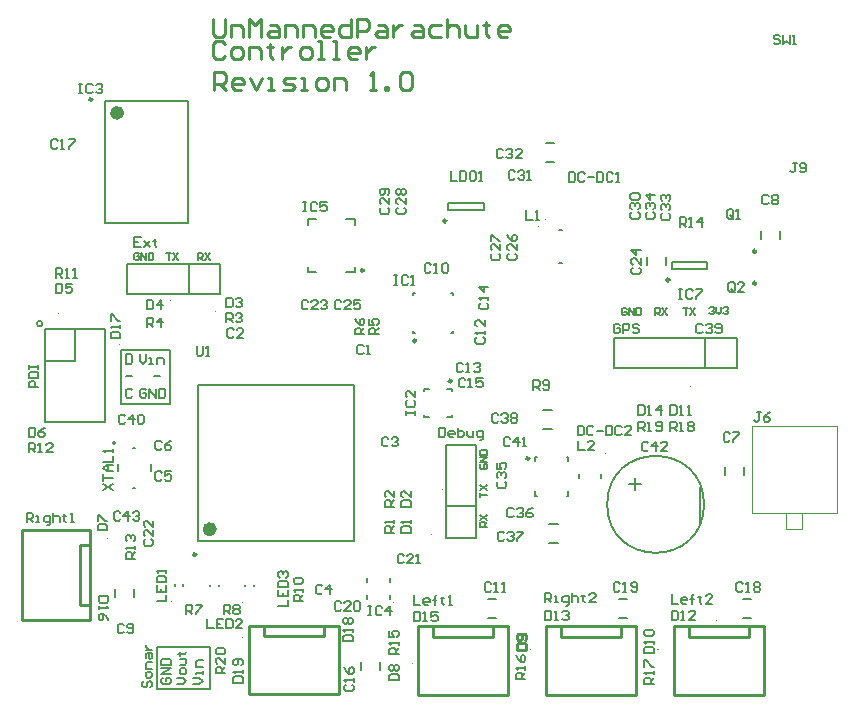
<source format=gto>
G04*
G04 #@! TF.GenerationSoftware,Altium Limited,Altium Designer,18.1.7 (191)*
G04*
G04 Layer_Color=65535*
%FSAX44Y44*%
%MOMM*%
G71*
G01*
G75*
%ADD10C,0.1000*%
%ADD11C,0.2500*%
%ADD12C,0.2000*%
%ADD13C,0.6000*%
%ADD14C,0.2540*%
%ADD15C,0.1500*%
D10*
X00283000Y00041500D02*
G03*
X00283000Y00041500I-00000500J00000000D01*
G01*
X00189000Y00050500D02*
G03*
X00189000Y00050500I-00000500J00000000D01*
G01*
X00373000Y00064500D02*
G03*
X00373000Y00064500I-00000500J00000000D01*
G01*
X00333000Y00028500D02*
G03*
X00333000Y00028500I-00000500J00000000D01*
G01*
X00483000Y00064500D02*
G03*
X00483000Y00064500I-00000500J00000000D01*
G01*
X00433000Y00040500D02*
G03*
X00433000Y00040500I-00000500J00000000D01*
G01*
X00541000D02*
G03*
X00541000Y00040500I-00000500J00000000D01*
G01*
X00590000Y00064500D02*
G03*
X00590000Y00064500I-00000500J00000000D01*
G01*
X00496321Y00205921D02*
G03*
X00496321Y00205921I-00000500J00000000D01*
G01*
X00568000Y00262500D02*
G03*
X00568000Y00262500I-00000500J00000000D01*
G01*
X00543000D02*
G03*
X00543000Y00262500I-00000500J00000000D01*
G01*
X00166000Y00326500D02*
G03*
X00166000Y00326500I-00000500J00000000D01*
G01*
X00128000Y00335500D02*
G03*
X00128000Y00335500I-00000500J00000000D01*
G01*
X00439329Y00398071D02*
G03*
X00439329Y00398071I-00000500J00000000D01*
G01*
X00445500Y00404000D02*
G03*
X00445500Y00404000I-00000500J00000000D01*
G01*
X00316500Y00080000D02*
G03*
X00316500Y00080000I-00000500J00000000D01*
G01*
X00358000Y00175500D02*
G03*
X00358000Y00175500I-00000500J00000000D01*
G01*
X00349000Y00137500D02*
G03*
X00349000Y00137500I-00000500J00000000D01*
G01*
X00085000Y00298500D02*
G03*
X00085000Y00298500I-00000500J00000000D01*
G01*
X00033000Y00324500D02*
G03*
X00033000Y00324500I-00000500J00000000D01*
G01*
Y00228500D02*
G03*
X00033000Y00228500I-00000500J00000000D01*
G01*
X00075000Y00105000D02*
G03*
X00075000Y00105000I-00000500J00000000D01*
G01*
Y00134500D02*
G03*
X00075000Y00134500I-00000500J00000000D01*
G01*
X00188629Y00079629D02*
G03*
X00188629Y00079629I-00000500J00000000D01*
G01*
X00158629D02*
G03*
X00158629Y00079629I-00000500J00000000D01*
G01*
X00128629Y00080379D02*
G03*
X00128629Y00080379I-00000500J00000000D01*
G01*
X00691750Y00156000D02*
Y00229700D01*
X00620250D02*
X00691750D01*
X00620250Y00156000D02*
Y00229700D01*
X00620250Y00156001D02*
X00691750Y00155992D01*
X00662750Y00141985D02*
Y00155985D01*
X00648750Y00141985D02*
X00662750D01*
X00648750D02*
Y00155985D01*
D11*
X00431500Y00202000D02*
G03*
X00431500Y00202000I-00001250J00000000D01*
G01*
X00291500Y00361250D02*
G03*
X00291500Y00361250I-00001250J00000000D01*
G01*
X00061500Y00505950D02*
G03*
X00061500Y00505950I-00001250J00000000D01*
G01*
X00623500Y00350250D02*
G03*
X00623500Y00350250I-00001250J00000000D01*
G01*
Y00377250D02*
G03*
X00623500Y00377250I-00001250J00000000D01*
G01*
X00550250Y00353000D02*
G03*
X00550250Y00353000I-00001250J00000000D01*
G01*
X00335750Y00301500D02*
G03*
X00335750Y00301500I-00001250J00000000D01*
G01*
X00365750Y00267500D02*
G03*
X00365750Y00267500I-00001250J00000000D01*
G01*
X00149500Y00120500D02*
G03*
X00149500Y00120500I-00001250J00000000D01*
G01*
X00361250Y00403000D02*
G03*
X00361250Y00403000I-00001250J00000000D01*
G01*
D12*
X00579500Y00163000D02*
G03*
X00579500Y00163000I-00041000J00000000D01*
G01*
X00081414Y00215000D02*
G03*
X00081414Y00215000I-00001414J00000000D01*
G01*
X00019239Y00316001D02*
G03*
X00019239Y00316001I-00002236J00000000D01*
G01*
X00436750Y00199750D02*
Y00203500D01*
X00438000D01*
X00463500D02*
X00464750D01*
Y00199750D02*
Y00203500D01*
Y00170500D02*
Y00174250D01*
X00463500Y00170500D02*
X00464750D01*
X00436750D02*
Y00174250D01*
Y00170500D02*
X00438000D01*
X00607198Y00278300D02*
Y00303700D01*
X00502999Y00278300D02*
Y00303700D01*
X00580500Y00278300D02*
Y00303700D01*
X00502999D02*
X00607198D01*
X00502999Y00278300D02*
X00607198D01*
X00396500Y00067000D02*
X00403500D01*
X00396500Y00083000D02*
X00403500D01*
X00507500Y00067000D02*
X00514500D01*
X00507500Y00083000D02*
X00514500D01*
X00612500Y00067000D02*
X00619500D01*
X00612500Y00083000D02*
X00619500D01*
X00443500Y00243000D02*
X00450500D01*
X00443500Y00227000D02*
X00450500D01*
X00492700Y00185000D02*
Y00189000D01*
X00473300Y00185000D02*
Y00189000D01*
X00521000Y00175500D02*
Y00185500D01*
X00516000Y00180500D02*
X00526000D01*
X00576000Y00148000D02*
Y00178000D01*
X00597000Y00187500D02*
Y00194500D01*
X00613000Y00187500D02*
Y00194500D01*
X00644000Y00387500D02*
Y00394500D01*
X00628000Y00387500D02*
Y00394500D01*
X00276750Y00404250D02*
X00283750D01*
Y00399750D02*
Y00404250D01*
X00244250D02*
X00251250D01*
X00244250Y00399750D02*
Y00404250D01*
Y00359750D02*
Y00364250D01*
Y00359750D02*
X00251250D01*
X00276750D02*
X00283750D01*
Y00364250D01*
X00072500Y00401500D02*
Y00504500D01*
X00143000Y00401500D02*
Y00504500D01*
X00072500D02*
X00143000D01*
X00072500Y00401500D02*
X00143000D01*
X00552000Y00368000D02*
X00582000D01*
X00552000Y00362000D02*
X00582000D01*
Y00368000D01*
X00552000Y00362000D02*
Y00368000D01*
X00531000Y00365500D02*
Y00372500D01*
X00547000Y00365500D02*
Y00372500D01*
X00456500Y00394950D02*
X00459500D01*
X00456500Y00367050D02*
X00459500D01*
X00445500Y00469000D02*
X00452500D01*
X00445500Y00453000D02*
X00452500D01*
X00314000Y00097500D02*
Y00101000D01*
X00294000Y00097500D02*
Y00101000D01*
Y00083000D02*
Y00086500D01*
X00314000Y00083000D02*
Y00086500D01*
X00333000Y00308000D02*
X00335000D01*
X00333000D02*
Y00310000D01*
Y00340000D02*
Y00342000D01*
X00335000D01*
X00365000D02*
X00367000D01*
Y00340000D02*
Y00342000D01*
X00365000Y00308000D02*
X00367000D01*
Y00310000D01*
X00342000Y00259250D02*
Y00261000D01*
X00346250D01*
X00342000Y00237000D02*
Y00238750D01*
Y00237000D02*
X00346250D01*
X00361750D02*
X00366000D01*
Y00238750D01*
Y00259250D02*
Y00261000D01*
X00361750D02*
X00366000D01*
X00283000Y00132000D02*
Y00264000D01*
X00151000Y00132000D02*
Y00264000D01*
X00283000D01*
X00151000Y00132000D02*
X00283000D01*
X00111000Y00191000D02*
Y00197000D01*
X00096000Y00177000D02*
X00098000D01*
X00083000Y00191000D02*
Y00197000D01*
X00096000Y00211000D02*
X00098000D01*
X00081000Y00084500D02*
Y00091500D01*
X00097000Y00084500D02*
Y00091500D01*
X00289000Y00022500D02*
Y00029500D01*
X00305000Y00022500D02*
Y00029500D01*
X00046703Y00284701D02*
Y00311400D01*
Y00232600D02*
X00072103D01*
Y00311400D01*
X00021303Y00232600D02*
Y00311400D01*
Y00284701D02*
X00046703D01*
X00021303Y00232600D02*
X00046703D01*
X00021303Y00311400D02*
X00072103D01*
X00448500Y00146000D02*
X00455500D01*
X00448500Y00130000D02*
X00455500D01*
X00091199Y00366700D02*
X00169998D01*
X00091199Y00341300D02*
X00169998D01*
X00143300D02*
Y00366700D01*
X00091199Y00341300D02*
Y00366700D01*
X00169998Y00341300D02*
Y00366700D01*
X00386698Y00134600D02*
Y00213399D01*
X00361298Y00134600D02*
Y00213399D01*
Y00161298D02*
X00386698D01*
X00361298Y00213399D02*
X00386698D01*
X00361298Y00134600D02*
X00386698D01*
X00191250Y00093500D02*
Y00094500D01*
X00198750Y00093500D02*
Y00094500D01*
X00161250Y00093500D02*
Y00094500D01*
X00168750Y00093500D02*
Y00094500D01*
X00131250Y00094250D02*
Y00095250D01*
X00138750Y00094250D02*
Y00095250D01*
X00363000Y00418000D02*
X00393000D01*
X00363000Y00412000D02*
X00393000D01*
Y00418000D01*
X00363000Y00412000D02*
Y00418000D01*
D13*
X00085500Y00494500D02*
G03*
X00085500Y00494500I-00003000J00000000D01*
G01*
X00164000Y00142000D02*
G03*
X00164000Y00142000I-00003000J00000000D01*
G01*
D14*
X00051000Y00078000D02*
X00060000D01*
X00051000D02*
Y00128800D01*
X00060000D01*
X00002000Y00141500D02*
X00060000D01*
X00002000Y00065300D02*
Y00141500D01*
Y00065300D02*
X00060000D01*
Y00141500D01*
X00617400Y00051000D02*
Y00060000D01*
X00566600Y00051000D02*
X00617400D01*
X00566600D02*
Y00060000D01*
X00553900Y00002000D02*
Y00060000D01*
Y00002000D02*
X00630100D01*
Y00060000D01*
X00553900D02*
X00630100D01*
X00509400Y00051000D02*
Y00060000D01*
X00458600Y00051000D02*
X00509400D01*
X00458600D02*
Y00060000D01*
X00445900Y00002000D02*
Y00060000D01*
Y00002000D02*
X00522100D01*
Y00060000D01*
X00445900D02*
X00522100D01*
X00400800Y00051000D02*
Y00060000D01*
X00350000Y00051000D02*
X00400800D01*
X00350000D02*
Y00060000D01*
X00337300Y00002000D02*
Y00060000D01*
Y00002000D02*
X00413500D01*
Y00060000D01*
X00337300D02*
X00413500D01*
X00193899Y00060270D02*
X00270099D01*
Y00002270D02*
Y00060270D01*
X00193899Y00002270D02*
X00270099D01*
X00193899D02*
Y00060270D01*
X00206599Y00051270D02*
Y00060270D01*
Y00051270D02*
X00257399D01*
Y00060270D01*
X00165000Y00514000D02*
Y00529235D01*
X00172617D01*
X00175157Y00526696D01*
Y00521618D01*
X00172617Y00519078D01*
X00165000D01*
X00170078D02*
X00175157Y00514000D01*
X00187853D02*
X00182774D01*
X00180235Y00516539D01*
Y00521618D01*
X00182774Y00524157D01*
X00187853D01*
X00190392Y00521618D01*
Y00519078D01*
X00180235D01*
X00195470Y00524157D02*
X00200548Y00514000D01*
X00205627Y00524157D01*
X00210705Y00514000D02*
X00215784D01*
X00213244D01*
Y00524157D01*
X00210705D01*
X00223401Y00514000D02*
X00231019D01*
X00233558Y00516539D01*
X00231019Y00519078D01*
X00225940D01*
X00223401Y00521618D01*
X00225940Y00524157D01*
X00233558D01*
X00238636Y00514000D02*
X00243715D01*
X00241175D01*
Y00524157D01*
X00238636D01*
X00253871Y00514000D02*
X00258950D01*
X00261489Y00516539D01*
Y00521618D01*
X00258950Y00524157D01*
X00253871D01*
X00251332Y00521618D01*
Y00516539D01*
X00253871Y00514000D01*
X00266567D02*
Y00524157D01*
X00274185D01*
X00276724Y00521618D01*
Y00514000D01*
X00297037D02*
X00302116D01*
X00299576D01*
Y00529235D01*
X00297037Y00526696D01*
X00309733Y00514000D02*
Y00516539D01*
X00312272D01*
Y00514000D01*
X00309733D01*
X00322429Y00526696D02*
X00324968Y00529235D01*
X00330047D01*
X00332586Y00526696D01*
Y00516539D01*
X00330047Y00514000D01*
X00324968D01*
X00322429Y00516539D01*
Y00526696D01*
X00174157Y00552696D02*
X00171618Y00555235D01*
X00166539D01*
X00164000Y00552696D01*
Y00542539D01*
X00166539Y00540000D01*
X00171618D01*
X00174157Y00542539D01*
X00181774Y00540000D02*
X00186853D01*
X00189392Y00542539D01*
Y00547617D01*
X00186853Y00550157D01*
X00181774D01*
X00179235Y00547617D01*
Y00542539D01*
X00181774Y00540000D01*
X00194470D02*
Y00550157D01*
X00202088D01*
X00204627Y00547617D01*
Y00540000D01*
X00212244Y00552696D02*
Y00550157D01*
X00209705D01*
X00214784D01*
X00212244D01*
Y00542539D01*
X00214784Y00540000D01*
X00222401Y00550157D02*
Y00540000D01*
Y00545078D01*
X00224940Y00547617D01*
X00227479Y00550157D01*
X00230019D01*
X00240175Y00540000D02*
X00245254D01*
X00247793Y00542539D01*
Y00547617D01*
X00245254Y00550157D01*
X00240175D01*
X00237636Y00547617D01*
Y00542539D01*
X00240175Y00540000D01*
X00252871D02*
X00257950D01*
X00255410D01*
Y00555235D01*
X00252871D01*
X00265567Y00540000D02*
X00270646D01*
X00268106D01*
Y00555235D01*
X00265567D01*
X00285881Y00540000D02*
X00280802D01*
X00278263Y00542539D01*
Y00547617D01*
X00280802Y00550157D01*
X00285881D01*
X00288420Y00547617D01*
Y00545078D01*
X00278263D01*
X00293498Y00550157D02*
Y00540000D01*
Y00545078D01*
X00296037Y00547617D01*
X00298576Y00550157D01*
X00301116D01*
X00164000Y00574235D02*
Y00561539D01*
X00166539Y00559000D01*
X00171618D01*
X00174157Y00561539D01*
Y00574235D01*
X00179235Y00559000D02*
Y00569157D01*
X00186853D01*
X00189392Y00566618D01*
Y00559000D01*
X00194470D02*
Y00574235D01*
X00199548Y00569157D01*
X00204627Y00574235D01*
Y00559000D01*
X00212244Y00569157D02*
X00217323D01*
X00219862Y00566618D01*
Y00559000D01*
X00212244D01*
X00209705Y00561539D01*
X00212244Y00564078D01*
X00219862D01*
X00224940Y00559000D02*
Y00569157D01*
X00232558D01*
X00235097Y00566618D01*
Y00559000D01*
X00240175D02*
Y00569157D01*
X00247793D01*
X00250332Y00566618D01*
Y00559000D01*
X00263028D02*
X00257950D01*
X00255410Y00561539D01*
Y00566618D01*
X00257950Y00569157D01*
X00263028D01*
X00265567Y00566618D01*
Y00564078D01*
X00255410D01*
X00280802Y00574235D02*
Y00559000D01*
X00273185D01*
X00270646Y00561539D01*
Y00566618D01*
X00273185Y00569157D01*
X00280802D01*
X00285881Y00559000D02*
Y00574235D01*
X00293498D01*
X00296037Y00571696D01*
Y00566618D01*
X00293498Y00564078D01*
X00285881D01*
X00303655Y00569157D02*
X00308733D01*
X00311272Y00566618D01*
Y00559000D01*
X00303655D01*
X00301116Y00561539D01*
X00303655Y00564078D01*
X00311272D01*
X00316351Y00569157D02*
Y00559000D01*
Y00564078D01*
X00318890Y00566618D01*
X00321429Y00569157D01*
X00323968D01*
X00334125D02*
X00339203D01*
X00341743Y00566618D01*
Y00559000D01*
X00334125D01*
X00331586Y00561539D01*
X00334125Y00564078D01*
X00341743D01*
X00356978Y00569157D02*
X00349360D01*
X00346821Y00566618D01*
Y00561539D01*
X00349360Y00559000D01*
X00356978D01*
X00362056Y00574235D02*
Y00559000D01*
Y00566618D01*
X00364595Y00569157D01*
X00369674D01*
X00372213Y00566618D01*
Y00559000D01*
X00377291Y00569157D02*
Y00561539D01*
X00379830Y00559000D01*
X00387448D01*
Y00569157D01*
X00395065Y00571696D02*
Y00569157D01*
X00392526D01*
X00397604D01*
X00395065D01*
Y00561539D01*
X00397604Y00559000D01*
X00412840D02*
X00407761D01*
X00405222Y00561539D01*
Y00566618D01*
X00407761Y00569157D01*
X00412840D01*
X00415379Y00566618D01*
Y00564078D01*
X00405222D01*
X00421003Y00040000D02*
X00429000D01*
Y00043999D01*
X00427667Y00045332D01*
X00422336D01*
X00421003Y00043999D01*
Y00040000D01*
X00427667Y00047997D02*
X00429000Y00049330D01*
Y00051996D01*
X00427667Y00053329D01*
X00422336D01*
X00421003Y00051996D01*
Y00049330D01*
X00422336Y00047997D01*
X00423668D01*
X00425001Y00049330D01*
Y00053329D01*
D15*
X00116000Y00007000D02*
Y00042000D01*
X00161000D01*
Y00007000D02*
Y00042000D01*
X00116000Y00007000D02*
X00161000D01*
X00086000Y00294000D02*
X00127000D01*
X00086000Y00248000D02*
Y00294000D01*
X00127000Y00248000D02*
Y00294000D01*
X00086000Y00248000D02*
X00127000D01*
X00584000Y00328998D02*
X00585000Y00329998D01*
X00586999D01*
X00587999Y00328998D01*
Y00327999D01*
X00586999Y00326999D01*
X00585999D01*
X00586999D01*
X00587999Y00325999D01*
Y00325000D01*
X00586999Y00324000D01*
X00585000D01*
X00584000Y00325000D01*
X00589998Y00329998D02*
Y00325999D01*
X00591997Y00324000D01*
X00593997Y00325999D01*
Y00329998D01*
X00595996Y00328998D02*
X00596996Y00329998D01*
X00598995D01*
X00599995Y00328998D01*
Y00327999D01*
X00598995Y00326999D01*
X00597995D01*
X00598995D01*
X00599995Y00325999D01*
Y00325000D01*
X00598995Y00324000D01*
X00596996D01*
X00595996Y00325000D01*
X00562000Y00328998D02*
X00565999D01*
X00563999D01*
Y00323000D01*
X00567998Y00328998D02*
X00571997Y00323000D01*
Y00328998D02*
X00567998Y00323000D01*
X00538000D02*
Y00328998D01*
X00540999D01*
X00541999Y00327998D01*
Y00325999D01*
X00540999Y00324999D01*
X00538000D01*
X00539999D02*
X00541999Y00323000D01*
X00543998Y00328998D02*
X00547997Y00323000D01*
Y00328998D02*
X00543998Y00323000D01*
X00513999Y00327998D02*
X00512999Y00328998D01*
X00511000D01*
X00510000Y00327998D01*
Y00324000D01*
X00511000Y00323000D01*
X00512999D01*
X00513999Y00324000D01*
Y00325999D01*
X00511999D01*
X00515998Y00323000D02*
Y00328998D01*
X00519997Y00323000D01*
Y00328998D01*
X00521996D02*
Y00323000D01*
X00524995D01*
X00525995Y00324000D01*
Y00327998D01*
X00524995Y00328998D01*
X00521996D01*
X00147003Y00011000D02*
X00152334D01*
X00155000Y00013666D01*
X00152334Y00016332D01*
X00147003D01*
X00155000Y00018997D02*
Y00021663D01*
Y00020330D01*
X00149668D01*
Y00018997D01*
X00155000Y00025662D02*
X00149668D01*
Y00029661D01*
X00151001Y00030993D01*
X00155000D01*
X00133003Y00011000D02*
X00138334D01*
X00141000Y00013666D01*
X00138334Y00016332D01*
X00133003D01*
X00141000Y00020330D02*
Y00022996D01*
X00139667Y00024329D01*
X00137001D01*
X00135668Y00022996D01*
Y00020330D01*
X00137001Y00018997D01*
X00139667D01*
X00141000Y00020330D01*
X00135668Y00026995D02*
X00139667D01*
X00141000Y00028328D01*
Y00032326D01*
X00135668D01*
X00134335Y00036325D02*
X00135668D01*
Y00034992D01*
Y00037658D01*
Y00036325D01*
X00139667D01*
X00141000Y00037658D01*
X00121335Y00016332D02*
X00120003Y00014999D01*
Y00012333D01*
X00121335Y00011000D01*
X00126667D01*
X00128000Y00012333D01*
Y00014999D01*
X00126667Y00016332D01*
X00124001D01*
Y00013666D01*
X00128000Y00018997D02*
X00120003D01*
X00128000Y00024329D01*
X00120003D01*
Y00026995D02*
X00128000D01*
Y00030993D01*
X00126667Y00032326D01*
X00121335D01*
X00120003Y00030993D01*
Y00026995D01*
X00107332Y00259664D02*
X00105999Y00260997D01*
X00103333D01*
X00102000Y00259664D01*
Y00254333D01*
X00103333Y00253000D01*
X00105999D01*
X00107332Y00254333D01*
Y00256999D01*
X00104666D01*
X00109997Y00253000D02*
Y00260997D01*
X00115329Y00253000D01*
Y00260997D01*
X00117995D02*
Y00253000D01*
X00121994D01*
X00123326Y00254333D01*
Y00259664D01*
X00121994Y00260997D01*
X00117995D01*
X00102000Y00289997D02*
Y00284666D01*
X00104666Y00282000D01*
X00107332Y00284666D01*
Y00289997D01*
X00109997Y00282000D02*
X00112663D01*
X00111330D01*
Y00287332D01*
X00109997D01*
X00116662Y00282000D02*
Y00287332D01*
X00120661D01*
X00121994Y00285999D01*
Y00282000D01*
X00095332Y00259664D02*
X00093999Y00260997D01*
X00091333D01*
X00090000Y00259664D01*
Y00254333D01*
X00091333Y00253000D01*
X00093999D01*
X00095332Y00254333D01*
X00090000Y00271999D02*
X00095332D01*
X00113992D02*
X00119324D01*
X00090000Y00289997D02*
Y00282000D01*
X00093999D01*
X00095332Y00283333D01*
Y00288664D01*
X00093999Y00289997D01*
X00090000D01*
X00101199Y00374998D02*
X00100199Y00375998D01*
X00098200D01*
X00097200Y00374998D01*
Y00371000D01*
X00098200Y00370000D01*
X00100199D01*
X00101199Y00371000D01*
Y00372999D01*
X00099199D01*
X00103198Y00370000D02*
Y00375998D01*
X00107197Y00370000D01*
Y00375998D01*
X00109196D02*
Y00370000D01*
X00112195D01*
X00113195Y00371000D01*
Y00374998D01*
X00112195Y00375998D01*
X00109196D01*
X00151000Y00370000D02*
Y00375998D01*
X00153999D01*
X00154999Y00374998D01*
Y00372999D01*
X00153999Y00371999D01*
X00151000D01*
X00152999D02*
X00154999Y00370000D01*
X00156998Y00375998D02*
X00160997Y00370000D01*
Y00375998D02*
X00156998Y00370000D01*
X00124200Y00375998D02*
X00128199D01*
X00126199D01*
Y00370000D01*
X00130198Y00375998D02*
X00134197Y00370000D01*
Y00375998D02*
X00130198Y00370000D01*
X00391000Y00196996D02*
X00390000Y00195997D01*
Y00193997D01*
X00391000Y00192998D01*
X00394998D01*
X00395998Y00193997D01*
Y00195997D01*
X00394998Y00196996D01*
X00392999D01*
Y00194997D01*
X00395998Y00198996D02*
X00390000D01*
X00395998Y00202994D01*
X00390000D01*
Y00204994D02*
X00395998D01*
Y00207993D01*
X00394998Y00208993D01*
X00391000D01*
X00390000Y00207993D01*
Y00204994D01*
X00395998Y00143998D02*
X00390000D01*
Y00146997D01*
X00391000Y00147996D01*
X00392999D01*
X00393999Y00146997D01*
Y00143998D01*
Y00145997D02*
X00395998Y00147996D01*
X00390000Y00149996D02*
X00395998Y00153995D01*
X00390000D02*
X00395998Y00149996D01*
X00390000Y00168998D02*
Y00172996D01*
Y00170997D01*
X00395998D01*
X00390000Y00174996D02*
X00395998Y00178995D01*
X00390000D02*
X00395998Y00174996D01*
X00174000Y00020000D02*
X00166003D01*
Y00023999D01*
X00167335Y00025332D01*
X00170001D01*
X00171334Y00023999D01*
Y00020000D01*
Y00022666D02*
X00174000Y00025332D01*
Y00033329D02*
Y00027997D01*
X00168668Y00033329D01*
X00167335D01*
X00166003Y00031996D01*
Y00029330D01*
X00167335Y00027997D01*
Y00035995D02*
X00166003Y00037328D01*
Y00039994D01*
X00167335Y00041326D01*
X00172667D01*
X00174000Y00039994D01*
Y00037328D01*
X00172667Y00035995D01*
X00167335D01*
X00181003Y00012000D02*
X00189000D01*
Y00015999D01*
X00187667Y00017332D01*
X00182335D01*
X00181003Y00015999D01*
Y00012000D01*
X00189000Y00019997D02*
Y00022663D01*
Y00021330D01*
X00181003D01*
X00182335Y00019997D01*
X00187667Y00026662D02*
X00189000Y00027995D01*
Y00030661D01*
X00187667Y00031994D01*
X00182335D01*
X00181003Y00030661D01*
Y00027995D01*
X00182335Y00026662D01*
X00183668D01*
X00185001Y00027995D01*
Y00031994D01*
X00274003Y00047000D02*
X00282000D01*
Y00050999D01*
X00280667Y00052332D01*
X00275336D01*
X00274003Y00050999D01*
Y00047000D01*
X00282000Y00054997D02*
Y00057663D01*
Y00056330D01*
X00274003D01*
X00275336Y00054997D01*
Y00061662D02*
X00274003Y00062995D01*
Y00065661D01*
X00275336Y00066994D01*
X00276668D01*
X00278001Y00065661D01*
X00279334Y00066994D01*
X00280667D01*
X00282000Y00065661D01*
Y00062995D01*
X00280667Y00061662D01*
X00279334D01*
X00278001Y00062995D01*
X00276668Y00061662D01*
X00275336D01*
X00278001Y00062995D02*
Y00065661D01*
X00552000Y00086997D02*
Y00079000D01*
X00557332D01*
X00563996D02*
X00561330D01*
X00559997Y00080333D01*
Y00082999D01*
X00561330Y00084332D01*
X00563996D01*
X00565329Y00082999D01*
Y00081666D01*
X00559997D01*
X00569328Y00079000D02*
Y00085665D01*
Y00082999D01*
X00567995D01*
X00570661D01*
X00569328D01*
Y00085665D01*
X00570661Y00086997D01*
X00575992Y00085665D02*
Y00084332D01*
X00574659D01*
X00577325D01*
X00575992D01*
Y00080333D01*
X00577325Y00079000D01*
X00586656D02*
X00581324D01*
X00586656Y00084332D01*
Y00085665D01*
X00585323Y00086997D01*
X00582657D01*
X00581324Y00085665D01*
X00445000Y00080000D02*
Y00087997D01*
X00448999D01*
X00450332Y00086664D01*
Y00083999D01*
X00448999Y00082666D01*
X00445000D01*
X00447666D02*
X00450332Y00080000D01*
X00452997D02*
X00455663D01*
X00454330D01*
Y00085332D01*
X00452997D01*
X00462328Y00077334D02*
X00463661D01*
X00464994Y00078667D01*
Y00085332D01*
X00460995D01*
X00459662Y00083999D01*
Y00081333D01*
X00460995Y00080000D01*
X00464994D01*
X00467659Y00087997D02*
Y00080000D01*
Y00083999D01*
X00468992Y00085332D01*
X00471658D01*
X00472991Y00083999D01*
Y00080000D01*
X00476990Y00086664D02*
Y00085332D01*
X00475657D01*
X00478323D01*
X00476990D01*
Y00081333D01*
X00478323Y00080000D01*
X00487653D02*
X00482321D01*
X00487653Y00085332D01*
Y00086664D01*
X00486320Y00087997D01*
X00483654D01*
X00482321Y00086664D01*
X00334000Y00085997D02*
Y00078000D01*
X00339332D01*
X00345996D02*
X00343330D01*
X00341997Y00079333D01*
Y00081999D01*
X00343330Y00083332D01*
X00345996D01*
X00347329Y00081999D01*
Y00080666D01*
X00341997D01*
X00351328Y00078000D02*
Y00084664D01*
Y00081999D01*
X00349995D01*
X00352661D01*
X00351328D01*
Y00084664D01*
X00352661Y00085997D01*
X00357992Y00084664D02*
Y00083332D01*
X00356659D01*
X00359325D01*
X00357992D01*
Y00079333D01*
X00359325Y00078000D01*
X00363324D02*
X00365990D01*
X00364657D01*
Y00085997D01*
X00363324Y00084664D01*
X00006000Y00148000D02*
Y00155997D01*
X00009999D01*
X00011332Y00154664D01*
Y00151999D01*
X00009999Y00150666D01*
X00006000D01*
X00008666D02*
X00011332Y00148000D01*
X00013997D02*
X00016663D01*
X00015330D01*
Y00153332D01*
X00013997D01*
X00023328Y00145334D02*
X00024661D01*
X00025993Y00146667D01*
Y00153332D01*
X00021995D01*
X00020662Y00151999D01*
Y00149333D01*
X00021995Y00148000D01*
X00025993D01*
X00028659Y00155997D02*
Y00148000D01*
Y00151999D01*
X00029992Y00153332D01*
X00032658D01*
X00033991Y00151999D01*
Y00148000D01*
X00037990Y00154664D02*
Y00153332D01*
X00036657D01*
X00039323D01*
X00037990D01*
Y00149333D01*
X00039323Y00148000D01*
X00043321D02*
X00045987D01*
X00044654D01*
Y00155997D01*
X00043321Y00154664D01*
X00472500Y00229497D02*
Y00221500D01*
X00476499D01*
X00477832Y00222833D01*
Y00228165D01*
X00476499Y00229497D01*
X00472500D01*
X00485829Y00228165D02*
X00484496Y00229497D01*
X00481830D01*
X00480497Y00228165D01*
Y00222833D01*
X00481830Y00221500D01*
X00484496D01*
X00485829Y00222833D01*
X00488495Y00225499D02*
X00493826D01*
X00496492Y00229497D02*
Y00221500D01*
X00500491D01*
X00501824Y00222833D01*
Y00228165D01*
X00500491Y00229497D01*
X00496492D01*
X00509821Y00228165D02*
X00508488Y00229497D01*
X00505823D01*
X00504490Y00228165D01*
Y00222833D01*
X00505823Y00221500D01*
X00508488D01*
X00509821Y00222833D01*
X00517819Y00221500D02*
X00512487D01*
X00517819Y00226832D01*
Y00228165D01*
X00516486Y00229497D01*
X00513820D01*
X00512487Y00228165D01*
X00508332Y00314664D02*
X00506999Y00315997D01*
X00504333D01*
X00503000Y00314664D01*
Y00309333D01*
X00504333Y00308000D01*
X00506999D01*
X00508332Y00309333D01*
Y00311999D01*
X00505666D01*
X00510997Y00308000D02*
Y00315997D01*
X00514996D01*
X00516329Y00314664D01*
Y00311999D01*
X00514996Y00310666D01*
X00510997D01*
X00524327Y00314664D02*
X00522994Y00315997D01*
X00520328D01*
X00518995Y00314664D01*
Y00313332D01*
X00520328Y00311999D01*
X00522994D01*
X00524327Y00310666D01*
Y00309333D01*
X00522994Y00308000D01*
X00520328D01*
X00518995Y00309333D01*
X00605332Y00344333D02*
Y00349664D01*
X00603999Y00350997D01*
X00601333D01*
X00600000Y00349664D01*
Y00344333D01*
X00601333Y00343000D01*
X00603999D01*
X00602666Y00345666D02*
X00605332Y00343000D01*
X00603999D02*
X00605332Y00344333D01*
X00613329Y00343000D02*
X00607998D01*
X00613329Y00348332D01*
Y00349664D01*
X00611996Y00350997D01*
X00609330D01*
X00607998Y00349664D01*
X00256332Y00093665D02*
X00254999Y00094997D01*
X00252333D01*
X00251000Y00093665D01*
Y00088333D01*
X00252333Y00087000D01*
X00254999D01*
X00256332Y00088333D01*
X00262996Y00087000D02*
Y00094997D01*
X00258997Y00090999D01*
X00264329D01*
X00150000Y00296997D02*
Y00290333D01*
X00151333Y00289000D01*
X00153999D01*
X00155332Y00290333D01*
Y00296997D01*
X00157997Y00289000D02*
X00160663D01*
X00159330D01*
Y00296997D01*
X00157997Y00295665D01*
X00071003Y00175000D02*
X00079000Y00180332D01*
X00071003D02*
X00079000Y00175000D01*
X00071003Y00182997D02*
Y00188329D01*
Y00185663D01*
X00079000D01*
Y00190995D02*
X00073668D01*
X00071003Y00193661D01*
X00073668Y00196327D01*
X00079000D01*
X00075001D01*
Y00190995D01*
X00071003Y00198992D02*
X00079000D01*
Y00204324D01*
Y00206990D02*
Y00209655D01*
Y00208323D01*
X00071003D01*
X00072336Y00206990D01*
X00643888Y00559369D02*
X00642555Y00560701D01*
X00639889D01*
X00638556Y00559369D01*
Y00558036D01*
X00639889Y00556703D01*
X00642555D01*
X00643888Y00555370D01*
Y00554037D01*
X00642555Y00552704D01*
X00639889D01*
X00638556Y00554037D01*
X00646553Y00560701D02*
Y00552704D01*
X00649219Y00555370D01*
X00651885Y00552704D01*
Y00560701D01*
X00654551Y00552704D02*
X00657217D01*
X00655884D01*
Y00560701D01*
X00654551Y00559369D01*
X00524000Y00225000D02*
Y00232997D01*
X00527999D01*
X00529332Y00231665D01*
Y00228999D01*
X00527999Y00227666D01*
X00524000D01*
X00526666D02*
X00529332Y00225000D01*
X00531997D02*
X00534663D01*
X00533330D01*
Y00232997D01*
X00531997Y00231665D01*
X00538662Y00226333D02*
X00539995Y00225000D01*
X00542661D01*
X00543994Y00226333D01*
Y00231665D01*
X00542661Y00232997D01*
X00539995D01*
X00538662Y00231665D01*
Y00230332D01*
X00539995Y00228999D01*
X00543994D01*
X00551000Y00225000D02*
Y00232997D01*
X00554999D01*
X00556332Y00231665D01*
Y00228999D01*
X00554999Y00227666D01*
X00551000D01*
X00553666D02*
X00556332Y00225000D01*
X00558997D02*
X00561663D01*
X00560330D01*
Y00232997D01*
X00558997Y00231665D01*
X00565662D02*
X00566995Y00232997D01*
X00569661D01*
X00570993Y00231665D01*
Y00230332D01*
X00569661Y00228999D01*
X00570993Y00227666D01*
Y00226333D01*
X00569661Y00225000D01*
X00566995D01*
X00565662Y00226333D01*
Y00227666D01*
X00566995Y00228999D01*
X00565662Y00230332D01*
Y00231665D01*
X00566995Y00228999D02*
X00569661D01*
X00537000Y00011000D02*
X00529003D01*
Y00014999D01*
X00530336Y00016332D01*
X00533001D01*
X00534334Y00014999D01*
Y00011000D01*
Y00013666D02*
X00537000Y00016332D01*
Y00018997D02*
Y00021663D01*
Y00020330D01*
X00529003D01*
X00530336Y00018997D01*
X00529003Y00025662D02*
Y00030994D01*
X00530336D01*
X00535667Y00025662D01*
X00537000D01*
X00428309Y00015132D02*
X00420311D01*
Y00019131D01*
X00421644Y00020464D01*
X00424310D01*
X00425643Y00019131D01*
Y00015132D01*
Y00017798D02*
X00428309Y00020464D01*
Y00023129D02*
Y00025795D01*
Y00024462D01*
X00420311D01*
X00421644Y00023129D01*
X00420311Y00035126D02*
X00421644Y00032460D01*
X00424310Y00029794D01*
X00426976D01*
X00428309Y00031127D01*
Y00033793D01*
X00426976Y00035126D01*
X00425643D01*
X00424310Y00033793D01*
Y00029794D01*
X00321000Y00036000D02*
X00313003D01*
Y00039999D01*
X00314335Y00041332D01*
X00317001D01*
X00318334Y00039999D01*
Y00036000D01*
Y00038666D02*
X00321000Y00041332D01*
Y00043997D02*
Y00046663D01*
Y00045330D01*
X00313003D01*
X00314335Y00043997D01*
X00313003Y00055994D02*
Y00050662D01*
X00317001D01*
X00315668Y00053328D01*
Y00054661D01*
X00317001Y00055994D01*
X00319667D01*
X00321000Y00054661D01*
Y00051995D01*
X00319667Y00050662D01*
X00559000Y00398000D02*
Y00405997D01*
X00562999D01*
X00564332Y00404664D01*
Y00401999D01*
X00562999Y00400666D01*
X00559000D01*
X00561666D02*
X00564332Y00398000D01*
X00566997D02*
X00569663D01*
X00568330D01*
Y00405997D01*
X00566997Y00404664D01*
X00577661Y00398000D02*
Y00405997D01*
X00573662Y00401999D01*
X00578994D01*
X00098000Y00117000D02*
X00090003D01*
Y00120999D01*
X00091335Y00122332D01*
X00094001D01*
X00095334Y00120999D01*
Y00117000D01*
Y00119666D02*
X00098000Y00122332D01*
Y00124997D02*
Y00127663D01*
Y00126330D01*
X00090003D01*
X00091335Y00124997D01*
Y00131662D02*
X00090003Y00132995D01*
Y00135661D01*
X00091335Y00136994D01*
X00092668D01*
X00094001Y00135661D01*
Y00134328D01*
Y00135661D01*
X00095334Y00136994D01*
X00096667D01*
X00098000Y00135661D01*
Y00132995D01*
X00096667Y00131662D01*
X00008000Y00207000D02*
Y00214997D01*
X00011999D01*
X00013332Y00213664D01*
Y00210999D01*
X00011999Y00209666D01*
X00008000D01*
X00010666D02*
X00013332Y00207000D01*
X00015997D02*
X00018663D01*
X00017330D01*
Y00214997D01*
X00015997Y00213664D01*
X00027994Y00207000D02*
X00022662D01*
X00027994Y00212332D01*
Y00213664D01*
X00026661Y00214997D01*
X00023995D01*
X00022662Y00213664D01*
X00031000Y00355000D02*
Y00362997D01*
X00034999D01*
X00036332Y00361665D01*
Y00358999D01*
X00034999Y00357666D01*
X00031000D01*
X00033666D02*
X00036332Y00355000D01*
X00038997D02*
X00041663D01*
X00040330D01*
Y00362997D01*
X00038997Y00361665D01*
X00045662Y00355000D02*
X00048328D01*
X00046995D01*
Y00362997D01*
X00045662Y00361665D01*
X00240000Y00081000D02*
X00232003D01*
Y00084999D01*
X00233335Y00086332D01*
X00236001D01*
X00237334Y00084999D01*
Y00081000D01*
Y00083666D02*
X00240000Y00086332D01*
Y00088997D02*
Y00091663D01*
Y00090330D01*
X00232003D01*
X00233335Y00088997D01*
Y00095662D02*
X00232003Y00096995D01*
Y00099661D01*
X00233335Y00100994D01*
X00238667D01*
X00240000Y00099661D01*
Y00096995D01*
X00238667Y00095662D01*
X00233335D01*
X00435000Y00260000D02*
Y00267997D01*
X00438999D01*
X00440332Y00266665D01*
Y00263999D01*
X00438999Y00262666D01*
X00435000D01*
X00437666D02*
X00440332Y00260000D01*
X00442997Y00261333D02*
X00444330Y00260000D01*
X00446996D01*
X00448329Y00261333D01*
Y00266665D01*
X00446996Y00267997D01*
X00444330D01*
X00442997Y00266665D01*
Y00265332D01*
X00444330Y00263999D01*
X00448329D01*
X00173000Y00070000D02*
Y00077997D01*
X00176999D01*
X00178332Y00076665D01*
Y00073999D01*
X00176999Y00072666D01*
X00173000D01*
X00175666D02*
X00178332Y00070000D01*
X00180997Y00076665D02*
X00182330Y00077997D01*
X00184996D01*
X00186329Y00076665D01*
Y00075332D01*
X00184996Y00073999D01*
X00186329Y00072666D01*
Y00071333D01*
X00184996Y00070000D01*
X00182330D01*
X00180997Y00071333D01*
Y00072666D01*
X00182330Y00073999D01*
X00180997Y00075332D01*
Y00076665D01*
X00182330Y00073999D02*
X00184996D01*
X00141000Y00070000D02*
Y00077997D01*
X00144999D01*
X00146332Y00076665D01*
Y00073999D01*
X00144999Y00072666D01*
X00141000D01*
X00143666D02*
X00146332Y00070000D01*
X00148997Y00077997D02*
X00154329D01*
Y00076665D01*
X00148997Y00071333D01*
Y00070000D01*
X00292000Y00307000D02*
X00284003D01*
Y00310999D01*
X00285336Y00312332D01*
X00288001D01*
X00289334Y00310999D01*
Y00307000D01*
Y00309666D02*
X00292000Y00312332D01*
X00284003Y00320329D02*
X00285336Y00317663D01*
X00288001Y00314997D01*
X00290667D01*
X00292000Y00316330D01*
Y00318996D01*
X00290667Y00320329D01*
X00289334D01*
X00288001Y00318996D01*
Y00314997D01*
X00304000Y00307000D02*
X00296003D01*
Y00310999D01*
X00297335Y00312332D01*
X00300001D01*
X00301334Y00310999D01*
Y00307000D01*
Y00309666D02*
X00304000Y00312332D01*
X00296003Y00320329D02*
Y00314997D01*
X00300001D01*
X00298668Y00317663D01*
Y00318996D01*
X00300001Y00320329D01*
X00302667D01*
X00304000Y00318996D01*
Y00316330D01*
X00302667Y00314997D01*
X00108000Y00313000D02*
Y00320997D01*
X00111999D01*
X00113332Y00319664D01*
Y00316999D01*
X00111999Y00315666D01*
X00108000D01*
X00110666D02*
X00113332Y00313000D01*
X00119996D02*
Y00320997D01*
X00115997Y00316999D01*
X00121329D01*
X00175000Y00317000D02*
Y00324997D01*
X00178999D01*
X00180332Y00323665D01*
Y00320999D01*
X00178999Y00319666D01*
X00175000D01*
X00177666D02*
X00180332Y00317000D01*
X00182997Y00323665D02*
X00184330Y00324997D01*
X00186996D01*
X00188329Y00323665D01*
Y00322332D01*
X00186996Y00320999D01*
X00185663D01*
X00186996D01*
X00188329Y00319666D01*
Y00318333D01*
X00186996Y00317000D01*
X00184330D01*
X00182997Y00318333D01*
X00317000Y00161000D02*
X00309003D01*
Y00164999D01*
X00310336Y00166332D01*
X00313001D01*
X00314334Y00164999D01*
Y00161000D01*
Y00163666D02*
X00317000Y00166332D01*
Y00174329D02*
Y00168997D01*
X00311668Y00174329D01*
X00310336D01*
X00309003Y00172996D01*
Y00170330D01*
X00310336Y00168997D01*
X00317000Y00139000D02*
X00309003D01*
Y00142999D01*
X00310336Y00144332D01*
X00313001D01*
X00314334Y00142999D01*
Y00139000D01*
Y00141666D02*
X00317000Y00144332D01*
Y00146997D02*
Y00149663D01*
Y00148330D01*
X00309003D01*
X00310336Y00146997D01*
X00604332Y00406333D02*
Y00411665D01*
X00602999Y00412997D01*
X00600333D01*
X00599000Y00411665D01*
Y00406333D01*
X00600333Y00405000D01*
X00602999D01*
X00601666Y00407666D02*
X00604332Y00405000D01*
X00602999D02*
X00604332Y00406333D01*
X00606997Y00405000D02*
X00609663D01*
X00608330D01*
Y00412997D01*
X00606997Y00411665D01*
X00219003Y00077000D02*
X00227000D01*
Y00082332D01*
X00219003Y00090329D02*
Y00084997D01*
X00227000D01*
Y00090329D01*
X00223001Y00084997D02*
Y00087663D01*
X00219003Y00092995D02*
X00227000D01*
Y00096994D01*
X00225667Y00098326D01*
X00220336D01*
X00219003Y00096994D01*
Y00092995D01*
X00220336Y00100992D02*
X00219003Y00102325D01*
Y00104991D01*
X00220336Y00106324D01*
X00221668D01*
X00223001Y00104991D01*
Y00103658D01*
Y00104991D01*
X00224334Y00106324D01*
X00225667D01*
X00227000Y00104991D01*
Y00102325D01*
X00225667Y00100992D01*
X00159000Y00065997D02*
Y00058000D01*
X00164332D01*
X00172329Y00065997D02*
X00166997D01*
Y00058000D01*
X00172329D01*
X00166997Y00061999D02*
X00169663D01*
X00174995Y00065997D02*
Y00058000D01*
X00178994D01*
X00180326Y00059333D01*
Y00064665D01*
X00178994Y00065997D01*
X00174995D01*
X00188324Y00058000D02*
X00182992D01*
X00188324Y00063332D01*
Y00064665D01*
X00186991Y00065997D01*
X00184325D01*
X00182992Y00064665D01*
X00116003Y00081000D02*
X00124000D01*
Y00086332D01*
X00116003Y00094329D02*
Y00088997D01*
X00124000D01*
Y00094329D01*
X00120001Y00088997D02*
Y00091663D01*
X00116003Y00096995D02*
X00124000D01*
Y00100993D01*
X00122667Y00102326D01*
X00117336D01*
X00116003Y00100993D01*
Y00096995D01*
X00124000Y00104992D02*
Y00107658D01*
Y00106325D01*
X00116003D01*
X00117336Y00104992D01*
X00365000Y00444997D02*
Y00437000D01*
X00370332D01*
X00372997Y00444997D02*
Y00437000D01*
X00376996D01*
X00378329Y00438333D01*
Y00443665D01*
X00376996Y00444997D01*
X00372997D01*
X00384994D02*
X00382328D01*
X00380995Y00443665D01*
Y00438333D01*
X00382328Y00437000D01*
X00384994D01*
X00386326Y00438333D01*
Y00443665D01*
X00384994Y00444997D01*
X00388992Y00437000D02*
X00391658D01*
X00390325D01*
Y00444997D01*
X00388992Y00443665D01*
X00473000Y00216997D02*
Y00209000D01*
X00478332D01*
X00486329D02*
X00480997D01*
X00486329Y00214332D01*
Y00215665D01*
X00484996Y00216997D01*
X00482330D01*
X00480997Y00215665D01*
X00429000Y00411997D02*
Y00404000D01*
X00434332D01*
X00436997D02*
X00439663D01*
X00438330D01*
Y00411997D01*
X00436997Y00410664D01*
X00657858Y00451989D02*
X00655192D01*
X00656525D01*
Y00445325D01*
X00655192Y00443992D01*
X00653859D01*
X00652526Y00445325D01*
X00660523D02*
X00661856Y00443992D01*
X00664522D01*
X00665855Y00445325D01*
Y00450657D01*
X00664522Y00451989D01*
X00661856D01*
X00660523Y00450657D01*
Y00449324D01*
X00661856Y00447991D01*
X00665855D01*
X00105336Y00013332D02*
X00104003Y00011999D01*
Y00009333D01*
X00105336Y00008000D01*
X00106668D01*
X00108001Y00009333D01*
Y00011999D01*
X00109334Y00013332D01*
X00110667D01*
X00112000Y00011999D01*
Y00009333D01*
X00110667Y00008000D01*
X00112000Y00017330D02*
Y00019996D01*
X00110667Y00021329D01*
X00108001D01*
X00106668Y00019996D01*
Y00017330D01*
X00108001Y00015997D01*
X00110667D01*
X00112000Y00017330D01*
Y00023995D02*
X00106668D01*
Y00027994D01*
X00108001Y00029327D01*
X00112000D01*
X00106668Y00033325D02*
Y00035991D01*
X00108001Y00037324D01*
X00112000D01*
Y00033325D01*
X00110667Y00031992D01*
X00109334Y00033325D01*
Y00037324D01*
X00106668Y00039990D02*
X00112000D01*
X00109334D01*
X00108001Y00041323D01*
X00106668Y00042656D01*
Y00043988D01*
X00627332Y00240997D02*
X00624666D01*
X00625999D01*
Y00234333D01*
X00624666Y00233000D01*
X00623333D01*
X00622000Y00234333D01*
X00635329Y00240997D02*
X00632663Y00239664D01*
X00629997Y00236999D01*
Y00234333D01*
X00631330Y00233000D01*
X00633996D01*
X00635329Y00234333D01*
Y00235666D01*
X00633996Y00236999D01*
X00629997D01*
X00016000Y00262000D02*
X00008003D01*
Y00265999D01*
X00009336Y00267332D01*
X00012001D01*
X00013334Y00265999D01*
Y00262000D01*
X00008003Y00269997D02*
X00016000D01*
Y00273996D01*
X00014667Y00275329D01*
X00009336D01*
X00008003Y00273996D01*
Y00269997D01*
Y00277995D02*
Y00280661D01*
Y00279328D01*
X00016000D01*
Y00277995D01*
Y00280661D01*
X00102532Y00388997D02*
X00097200D01*
Y00381000D01*
X00102532D01*
X00097200Y00384999D02*
X00099866D01*
X00105197Y00386332D02*
X00110529Y00381000D01*
X00107863Y00383666D01*
X00110529Y00386332D01*
X00105197Y00381000D01*
X00114528Y00387664D02*
Y00386332D01*
X00113195D01*
X00115861D01*
X00114528D01*
Y00382333D01*
X00115861Y00381000D01*
X00355000Y00227997D02*
Y00220000D01*
X00358999D01*
X00360332Y00221333D01*
Y00226665D01*
X00358999Y00227997D01*
X00355000D01*
X00366996Y00220000D02*
X00364330D01*
X00362997Y00221333D01*
Y00223999D01*
X00364330Y00225332D01*
X00366996D01*
X00368329Y00223999D01*
Y00222666D01*
X00362997D01*
X00370995Y00227997D02*
Y00220000D01*
X00374994D01*
X00376326Y00221333D01*
Y00222666D01*
Y00223999D01*
X00374994Y00225332D01*
X00370995D01*
X00378992D02*
Y00221333D01*
X00380325Y00220000D01*
X00384324D01*
Y00225332D01*
X00389655Y00217334D02*
X00390988D01*
X00392321Y00218667D01*
Y00225332D01*
X00388323D01*
X00386990Y00223999D01*
Y00221333D01*
X00388323Y00220000D01*
X00392321D01*
X00558000Y00344997D02*
X00560666D01*
X00559333D01*
Y00337000D01*
X00558000D01*
X00560666D01*
X00569996Y00343665D02*
X00568663Y00344997D01*
X00565997D01*
X00564664Y00343665D01*
Y00338333D01*
X00565997Y00337000D01*
X00568663D01*
X00569996Y00338333D01*
X00572662Y00344997D02*
X00577994D01*
Y00343665D01*
X00572662Y00338333D01*
Y00337000D01*
X00240000Y00418997D02*
X00242666D01*
X00241333D01*
Y00411000D01*
X00240000D01*
X00242666D01*
X00251996Y00417664D02*
X00250663Y00418997D01*
X00247997D01*
X00246665Y00417664D01*
Y00412333D01*
X00247997Y00411000D01*
X00250663D01*
X00251996Y00412333D01*
X00259994Y00418997D02*
X00254662D01*
Y00414999D01*
X00257328Y00416332D01*
X00258661D01*
X00259994Y00414999D01*
Y00412333D01*
X00258661Y00411000D01*
X00255995D01*
X00254662Y00412333D01*
X00295000Y00076997D02*
X00297666D01*
X00296333D01*
Y00069000D01*
X00295000D01*
X00297666D01*
X00306996Y00075665D02*
X00305663Y00076997D01*
X00302997D01*
X00301665Y00075665D01*
Y00070333D01*
X00302997Y00069000D01*
X00305663D01*
X00306996Y00070333D01*
X00313661Y00069000D02*
Y00076997D01*
X00309662Y00072999D01*
X00314994D01*
X00050000Y00518997D02*
X00052666D01*
X00051333D01*
Y00511000D01*
X00050000D01*
X00052666D01*
X00061996Y00517664D02*
X00060663Y00518997D01*
X00057997D01*
X00056665Y00517664D01*
Y00512333D01*
X00057997Y00511000D01*
X00060663D01*
X00061996Y00512333D01*
X00064662Y00517664D02*
X00065995Y00518997D01*
X00068661D01*
X00069994Y00517664D01*
Y00516332D01*
X00068661Y00514999D01*
X00067328D01*
X00068661D01*
X00069994Y00513666D01*
Y00512333D01*
X00068661Y00511000D01*
X00065995D01*
X00064662Y00512333D01*
X00327003Y00239000D02*
Y00241666D01*
Y00240333D01*
X00335000D01*
Y00239000D01*
Y00241666D01*
X00328335Y00250996D02*
X00327003Y00249663D01*
Y00246997D01*
X00328335Y00245665D01*
X00333667D01*
X00335000Y00246997D01*
Y00249663D01*
X00333667Y00250996D01*
X00335000Y00258994D02*
Y00253662D01*
X00329668Y00258994D01*
X00328335D01*
X00327003Y00257661D01*
Y00254995D01*
X00328335Y00253662D01*
X00316999Y00357000D02*
X00319665D01*
X00318332D01*
Y00349002D01*
X00316999D01*
X00319665D01*
X00328995Y00355667D02*
X00327662Y00357000D01*
X00324996D01*
X00323663Y00355667D01*
Y00350335D01*
X00324996Y00349002D01*
X00327662D01*
X00328995Y00350335D01*
X00331661Y00349002D02*
X00334327D01*
X00332994D01*
Y00357000D01*
X00331661Y00355667D01*
X00465000Y00443997D02*
Y00436000D01*
X00468999D01*
X00470332Y00437333D01*
Y00442664D01*
X00468999Y00443997D01*
X00465000D01*
X00478329Y00442664D02*
X00476996Y00443997D01*
X00474330D01*
X00472997Y00442664D01*
Y00437333D01*
X00474330Y00436000D01*
X00476996D01*
X00478329Y00437333D01*
X00480995Y00439999D02*
X00486326D01*
X00488992Y00443997D02*
Y00436000D01*
X00492991D01*
X00494324Y00437333D01*
Y00442664D01*
X00492991Y00443997D01*
X00488992D01*
X00502321Y00442664D02*
X00500988Y00443997D01*
X00498323D01*
X00496990Y00442664D01*
Y00437333D01*
X00498323Y00436000D01*
X00500988D01*
X00502321Y00437333D01*
X00504987Y00436000D02*
X00507653D01*
X00506320D01*
Y00443997D01*
X00504987Y00442664D01*
X00077003Y00304000D02*
X00085000D01*
Y00307999D01*
X00083667Y00309332D01*
X00078335D01*
X00077003Y00307999D01*
Y00304000D01*
X00085000Y00311997D02*
Y00314663D01*
Y00313330D01*
X00077003D01*
X00078335Y00311997D01*
X00077003Y00318662D02*
Y00323994D01*
X00078335D01*
X00083667Y00318662D01*
X00085000D01*
X00074997Y00085000D02*
X00067000D01*
Y00081001D01*
X00068333Y00079668D01*
X00073664D01*
X00074997Y00081001D01*
Y00085000D01*
X00067000Y00077003D02*
Y00074337D01*
Y00075670D01*
X00074997D01*
X00073664Y00077003D01*
X00074997Y00065006D02*
X00073664Y00067672D01*
X00070999Y00070338D01*
X00068333D01*
X00067000Y00069005D01*
Y00066339D01*
X00068333Y00065006D01*
X00069666D01*
X00070999Y00066339D01*
Y00070338D01*
X00334000Y00071997D02*
Y00064000D01*
X00337999D01*
X00339332Y00065333D01*
Y00070665D01*
X00337999Y00071997D01*
X00334000D01*
X00341997Y00064000D02*
X00344663D01*
X00343330D01*
Y00071997D01*
X00341997Y00070665D01*
X00353994Y00071997D02*
X00348662D01*
Y00067999D01*
X00351328Y00069332D01*
X00352661D01*
X00353994Y00067999D01*
Y00065333D01*
X00352661Y00064000D01*
X00349995D01*
X00348662Y00065333D01*
X00524000Y00246997D02*
Y00239000D01*
X00527999D01*
X00529332Y00240333D01*
Y00245665D01*
X00527999Y00246997D01*
X00524000D01*
X00531997Y00239000D02*
X00534663D01*
X00533330D01*
Y00246997D01*
X00531997Y00245665D01*
X00542661Y00239000D02*
Y00246997D01*
X00538662Y00242999D01*
X00543994D01*
X00445000Y00072997D02*
Y00065000D01*
X00448999D01*
X00450332Y00066333D01*
Y00071665D01*
X00448999Y00072997D01*
X00445000D01*
X00452997Y00065000D02*
X00455663D01*
X00454330D01*
Y00072997D01*
X00452997Y00071665D01*
X00459662D02*
X00460995Y00072997D01*
X00463661D01*
X00464994Y00071665D01*
Y00070332D01*
X00463661Y00068999D01*
X00462328D01*
X00463661D01*
X00464994Y00067666D01*
Y00066333D01*
X00463661Y00065000D01*
X00460995D01*
X00459662Y00066333D01*
X00552000Y00072997D02*
Y00065000D01*
X00555999D01*
X00557332Y00066333D01*
Y00071665D01*
X00555999Y00072997D01*
X00552000D01*
X00559997Y00065000D02*
X00562663D01*
X00561330D01*
Y00072997D01*
X00559997Y00071665D01*
X00571993Y00065000D02*
X00566662D01*
X00571993Y00070332D01*
Y00071665D01*
X00570661Y00072997D01*
X00567995D01*
X00566662Y00071665D01*
X00551000Y00246997D02*
Y00239000D01*
X00554999D01*
X00556332Y00240333D01*
Y00245665D01*
X00554999Y00246997D01*
X00551000D01*
X00558997Y00239000D02*
X00561663D01*
X00560330D01*
Y00246997D01*
X00558997Y00245665D01*
X00565662Y00239000D02*
X00568328D01*
X00566995D01*
Y00246997D01*
X00565662Y00245665D01*
X00529003Y00037000D02*
X00537000D01*
Y00040999D01*
X00535667Y00042332D01*
X00530336D01*
X00529003Y00040999D01*
Y00037000D01*
X00537000Y00044997D02*
Y00047663D01*
Y00046330D01*
X00529003D01*
X00530336Y00044997D01*
Y00051662D02*
X00529003Y00052995D01*
Y00055661D01*
X00530336Y00056994D01*
X00535667D01*
X00537000Y00055661D01*
Y00052995D01*
X00535667Y00051662D01*
X00530336D01*
X00313003Y00014000D02*
X00321000D01*
Y00017999D01*
X00319667Y00019332D01*
X00314335D01*
X00313003Y00017999D01*
Y00014000D01*
X00314335Y00021997D02*
X00313003Y00023330D01*
Y00025996D01*
X00314335Y00027329D01*
X00315668D01*
X00317001Y00025996D01*
X00318334Y00027329D01*
X00319667D01*
X00321000Y00025996D01*
Y00023330D01*
X00319667Y00021997D01*
X00318334D01*
X00317001Y00023330D01*
X00315668Y00021997D01*
X00314335D01*
X00317001Y00023330D02*
Y00025996D01*
X00066003Y00141000D02*
X00074000D01*
Y00144999D01*
X00072667Y00146332D01*
X00067336D01*
X00066003Y00144999D01*
Y00141000D01*
Y00148997D02*
Y00154329D01*
X00067336D01*
X00072667Y00148997D01*
X00074000D01*
X00008000Y00227997D02*
Y00220000D01*
X00011999D01*
X00013332Y00221333D01*
Y00226665D01*
X00011999Y00227997D01*
X00008000D01*
X00021329D02*
X00018663Y00226665D01*
X00015997Y00223999D01*
Y00221333D01*
X00017330Y00220000D01*
X00019996D01*
X00021329Y00221333D01*
Y00222666D01*
X00019996Y00223999D01*
X00015997D01*
X00031000Y00349997D02*
Y00342000D01*
X00034999D01*
X00036332Y00343333D01*
Y00348665D01*
X00034999Y00349997D01*
X00031000D01*
X00044329D02*
X00038997D01*
Y00345999D01*
X00041663Y00347332D01*
X00042996D01*
X00044329Y00345999D01*
Y00343333D01*
X00042996Y00342000D01*
X00040330D01*
X00038997Y00343333D01*
X00108000Y00335997D02*
Y00328000D01*
X00111999D01*
X00113332Y00329333D01*
Y00334664D01*
X00111999Y00335997D01*
X00108000D01*
X00119996Y00328000D02*
Y00335997D01*
X00115997Y00331999D01*
X00121329D01*
X00175000Y00337997D02*
Y00330000D01*
X00178999D01*
X00180332Y00331333D01*
Y00336665D01*
X00178999Y00337997D01*
X00175000D01*
X00182997Y00336665D02*
X00184330Y00337997D01*
X00186996D01*
X00188329Y00336665D01*
Y00335332D01*
X00186996Y00333999D01*
X00185663D01*
X00186996D01*
X00188329Y00332666D01*
Y00331333D01*
X00186996Y00330000D01*
X00184330D01*
X00182997Y00331333D01*
X00323003Y00161000D02*
X00331000D01*
Y00164999D01*
X00329667Y00166332D01*
X00324336D01*
X00323003Y00164999D01*
Y00161000D01*
X00331000Y00174329D02*
Y00168997D01*
X00325668Y00174329D01*
X00324336D01*
X00323003Y00172996D01*
Y00170330D01*
X00324336Y00168997D01*
X00323003Y00139000D02*
X00331000D01*
Y00142999D01*
X00329667Y00144332D01*
X00324336D01*
X00323003Y00142999D01*
Y00139000D01*
X00331000Y00146997D02*
Y00149663D01*
Y00148330D01*
X00323003D01*
X00324336Y00146997D01*
X00085332Y00155665D02*
X00083999Y00156997D01*
X00081333D01*
X00080000Y00155665D01*
Y00150333D01*
X00081333Y00149000D01*
X00083999D01*
X00085332Y00150333D01*
X00091996Y00149000D02*
Y00156997D01*
X00087997Y00152999D01*
X00093329D01*
X00095995Y00155665D02*
X00097328Y00156997D01*
X00099994D01*
X00101326Y00155665D01*
Y00154332D01*
X00099994Y00152999D01*
X00098661D01*
X00099994D01*
X00101326Y00151666D01*
Y00150333D01*
X00099994Y00149000D01*
X00097328D01*
X00095995Y00150333D01*
X00532332Y00214664D02*
X00530999Y00215997D01*
X00528333D01*
X00527000Y00214664D01*
Y00209333D01*
X00528333Y00208000D01*
X00530999D01*
X00532332Y00209333D01*
X00538996Y00208000D02*
Y00215997D01*
X00534997Y00211999D01*
X00540329D01*
X00548326Y00208000D02*
X00542995D01*
X00548326Y00213332D01*
Y00214664D01*
X00546993Y00215997D01*
X00544328D01*
X00542995Y00214664D01*
X00415332Y00218664D02*
X00413999Y00219997D01*
X00411333D01*
X00410000Y00218664D01*
Y00213333D01*
X00411333Y00212000D01*
X00413999D01*
X00415332Y00213333D01*
X00421996Y00212000D02*
Y00219997D01*
X00417997Y00215999D01*
X00423329D01*
X00425995Y00212000D02*
X00428661D01*
X00427328D01*
Y00219997D01*
X00425995Y00218664D01*
X00089332Y00237665D02*
X00087999Y00238997D01*
X00085333D01*
X00084000Y00237665D01*
Y00232333D01*
X00085333Y00231000D01*
X00087999D01*
X00089332Y00232333D01*
X00095996Y00231000D02*
Y00238997D01*
X00091997Y00234999D01*
X00097329D01*
X00099995Y00237665D02*
X00101328Y00238997D01*
X00103994D01*
X00105326Y00237665D01*
Y00232333D01*
X00103994Y00231000D01*
X00101328D01*
X00099995Y00232333D01*
Y00237665D01*
X00578332Y00314664D02*
X00576999Y00315997D01*
X00574333D01*
X00573000Y00314664D01*
Y00309333D01*
X00574333Y00308000D01*
X00576999D01*
X00578332Y00309333D01*
X00580997Y00314664D02*
X00582330Y00315997D01*
X00584996D01*
X00586329Y00314664D01*
Y00313332D01*
X00584996Y00311999D01*
X00583663D01*
X00584996D01*
X00586329Y00310666D01*
Y00309333D01*
X00584996Y00308000D01*
X00582330D01*
X00580997Y00309333D01*
X00588995D02*
X00590328Y00308000D01*
X00592994D01*
X00594326Y00309333D01*
Y00314664D01*
X00592994Y00315997D01*
X00590328D01*
X00588995Y00314664D01*
Y00313332D01*
X00590328Y00311999D01*
X00594326D01*
X00405332Y00238664D02*
X00403999Y00239997D01*
X00401333D01*
X00400000Y00238664D01*
Y00233333D01*
X00401333Y00232000D01*
X00403999D01*
X00405332Y00233333D01*
X00407997Y00238664D02*
X00409330Y00239997D01*
X00411996D01*
X00413329Y00238664D01*
Y00237332D01*
X00411996Y00235999D01*
X00410663D01*
X00411996D01*
X00413329Y00234666D01*
Y00233333D01*
X00411996Y00232000D01*
X00409330D01*
X00407997Y00233333D01*
X00415995Y00238664D02*
X00417328Y00239997D01*
X00419994D01*
X00421326Y00238664D01*
Y00237332D01*
X00419994Y00235999D01*
X00421326Y00234666D01*
Y00233333D01*
X00419994Y00232000D01*
X00417328D01*
X00415995Y00233333D01*
Y00234666D01*
X00417328Y00235999D01*
X00415995Y00237332D01*
Y00238664D01*
X00417328Y00235999D02*
X00419994D01*
X00410332Y00138665D02*
X00408999Y00139997D01*
X00406333D01*
X00405000Y00138665D01*
Y00133333D01*
X00406333Y00132000D01*
X00408999D01*
X00410332Y00133333D01*
X00412997Y00138665D02*
X00414330Y00139997D01*
X00416996D01*
X00418329Y00138665D01*
Y00137332D01*
X00416996Y00135999D01*
X00415663D01*
X00416996D01*
X00418329Y00134666D01*
Y00133333D01*
X00416996Y00132000D01*
X00414330D01*
X00412997Y00133333D01*
X00420995Y00139997D02*
X00426326D01*
Y00138665D01*
X00420995Y00133333D01*
Y00132000D01*
X00418332Y00158665D02*
X00416999Y00159997D01*
X00414333D01*
X00413000Y00158665D01*
Y00153333D01*
X00414333Y00152000D01*
X00416999D01*
X00418332Y00153333D01*
X00420997Y00158665D02*
X00422330Y00159997D01*
X00424996D01*
X00426329Y00158665D01*
Y00157332D01*
X00424996Y00155999D01*
X00423663D01*
X00424996D01*
X00426329Y00154666D01*
Y00153333D01*
X00424996Y00152000D01*
X00422330D01*
X00420997Y00153333D01*
X00434327Y00159997D02*
X00431661Y00158665D01*
X00428995Y00155999D01*
Y00153333D01*
X00430328Y00152000D01*
X00432994D01*
X00434327Y00153333D01*
Y00154666D01*
X00432994Y00155999D01*
X00428995D01*
X00405336Y00182332D02*
X00404003Y00180999D01*
Y00178333D01*
X00405336Y00177000D01*
X00410667D01*
X00412000Y00178333D01*
Y00180999D01*
X00410667Y00182332D01*
X00405336Y00184997D02*
X00404003Y00186330D01*
Y00188996D01*
X00405336Y00190329D01*
X00406668D01*
X00408001Y00188996D01*
Y00187663D01*
Y00188996D01*
X00409334Y00190329D01*
X00410667D01*
X00412000Y00188996D01*
Y00186330D01*
X00410667Y00184997D01*
X00404003Y00198326D02*
Y00192995D01*
X00408001D01*
X00406668Y00195661D01*
Y00196994D01*
X00408001Y00198326D01*
X00410667D01*
X00412000Y00196994D01*
Y00194328D01*
X00410667Y00192995D01*
X00531335Y00410332D02*
X00530003Y00408999D01*
Y00406333D01*
X00531335Y00405000D01*
X00536667D01*
X00538000Y00406333D01*
Y00408999D01*
X00536667Y00410332D01*
X00531335Y00412997D02*
X00530003Y00414330D01*
Y00416996D01*
X00531335Y00418329D01*
X00532668D01*
X00534001Y00416996D01*
Y00415663D01*
Y00416996D01*
X00535334Y00418329D01*
X00536667D01*
X00538000Y00416996D01*
Y00414330D01*
X00536667Y00412997D01*
X00538000Y00424994D02*
X00530003D01*
X00534001Y00420995D01*
Y00426326D01*
X00544336Y00409332D02*
X00543003Y00407999D01*
Y00405333D01*
X00544336Y00404000D01*
X00549667D01*
X00551000Y00405333D01*
Y00407999D01*
X00549667Y00409332D01*
X00544336Y00411997D02*
X00543003Y00413330D01*
Y00415996D01*
X00544336Y00417329D01*
X00545668D01*
X00547001Y00415996D01*
Y00414663D01*
Y00415996D01*
X00548334Y00417329D01*
X00549667D01*
X00551000Y00415996D01*
Y00413330D01*
X00549667Y00411997D01*
X00544336Y00419995D02*
X00543003Y00421328D01*
Y00423994D01*
X00544336Y00425326D01*
X00545668D01*
X00547001Y00423994D01*
Y00422661D01*
Y00423994D01*
X00548334Y00425326D01*
X00549667D01*
X00551000Y00423994D01*
Y00421328D01*
X00549667Y00419995D01*
X00409332Y00462664D02*
X00407999Y00463997D01*
X00405333D01*
X00404000Y00462664D01*
Y00457333D01*
X00405333Y00456000D01*
X00407999D01*
X00409332Y00457333D01*
X00411997Y00462664D02*
X00413330Y00463997D01*
X00415996D01*
X00417329Y00462664D01*
Y00461332D01*
X00415996Y00459999D01*
X00414663D01*
X00415996D01*
X00417329Y00458666D01*
Y00457333D01*
X00415996Y00456000D01*
X00413330D01*
X00411997Y00457333D01*
X00425326Y00456000D02*
X00419995D01*
X00425326Y00461332D01*
Y00462664D01*
X00423994Y00463997D01*
X00421328D01*
X00419995Y00462664D01*
X00419332Y00444664D02*
X00417999Y00445997D01*
X00415333D01*
X00414000Y00444664D01*
Y00439333D01*
X00415333Y00438000D01*
X00417999D01*
X00419332Y00439333D01*
X00421997Y00444664D02*
X00423330Y00445997D01*
X00425996D01*
X00427329Y00444664D01*
Y00443332D01*
X00425996Y00441999D01*
X00424663D01*
X00425996D01*
X00427329Y00440666D01*
Y00439333D01*
X00425996Y00438000D01*
X00423330D01*
X00421997Y00439333D01*
X00429995Y00438000D02*
X00432661D01*
X00431328D01*
Y00445997D01*
X00429995Y00444664D01*
X00518335Y00410332D02*
X00517003Y00408999D01*
Y00406333D01*
X00518335Y00405000D01*
X00523667D01*
X00525000Y00406333D01*
Y00408999D01*
X00523667Y00410332D01*
X00518335Y00412997D02*
X00517003Y00414330D01*
Y00416996D01*
X00518335Y00418329D01*
X00519668D01*
X00521001Y00416996D01*
Y00415663D01*
Y00416996D01*
X00522334Y00418329D01*
X00523667D01*
X00525000Y00416996D01*
Y00414330D01*
X00523667Y00412997D01*
X00518335Y00420995D02*
X00517003Y00422328D01*
Y00424994D01*
X00518335Y00426326D01*
X00523667D01*
X00525000Y00424994D01*
Y00422328D01*
X00523667Y00420995D01*
X00518335D01*
X00306336Y00414332D02*
X00305003Y00412999D01*
Y00410333D01*
X00306336Y00409000D01*
X00311667D01*
X00313000Y00410333D01*
Y00412999D01*
X00311667Y00414332D01*
X00313000Y00422329D02*
Y00416997D01*
X00307668Y00422329D01*
X00306336D01*
X00305003Y00420996D01*
Y00418330D01*
X00306336Y00416997D01*
X00311667Y00424995D02*
X00313000Y00426328D01*
Y00428994D01*
X00311667Y00430326D01*
X00306336D01*
X00305003Y00428994D01*
Y00426328D01*
X00306336Y00424995D01*
X00307668D01*
X00309001Y00426328D01*
Y00430326D01*
X00320336Y00414332D02*
X00319003Y00412999D01*
Y00410333D01*
X00320336Y00409000D01*
X00325667D01*
X00327000Y00410333D01*
Y00412999D01*
X00325667Y00414332D01*
X00327000Y00422329D02*
Y00416997D01*
X00321668Y00422329D01*
X00320336D01*
X00319003Y00420996D01*
Y00418330D01*
X00320336Y00416997D01*
Y00424995D02*
X00319003Y00426328D01*
Y00428994D01*
X00320336Y00430326D01*
X00321668D01*
X00323001Y00428994D01*
X00324334Y00430326D01*
X00325667D01*
X00327000Y00428994D01*
Y00426328D01*
X00325667Y00424995D01*
X00324334D01*
X00323001Y00426328D01*
X00321668Y00424995D01*
X00320336D01*
X00323001Y00426328D02*
Y00428994D01*
X00400336Y00375332D02*
X00399003Y00373999D01*
Y00371333D01*
X00400336Y00370000D01*
X00405667D01*
X00407000Y00371333D01*
Y00373999D01*
X00405667Y00375332D01*
X00407000Y00383329D02*
Y00377997D01*
X00401668Y00383329D01*
X00400336D01*
X00399003Y00381996D01*
Y00379330D01*
X00400336Y00377997D01*
X00399003Y00385995D02*
Y00391326D01*
X00400336D01*
X00405667Y00385995D01*
X00407000D01*
X00414336Y00375332D02*
X00413003Y00373999D01*
Y00371333D01*
X00414336Y00370000D01*
X00419667D01*
X00421000Y00371333D01*
Y00373999D01*
X00419667Y00375332D01*
X00421000Y00383329D02*
Y00377997D01*
X00415668Y00383329D01*
X00414336D01*
X00413003Y00381996D01*
Y00379330D01*
X00414336Y00377997D01*
X00413003Y00391326D02*
X00414336Y00388661D01*
X00417001Y00385995D01*
X00419667D01*
X00421000Y00387328D01*
Y00389994D01*
X00419667Y00391326D01*
X00418334D01*
X00417001Y00389994D01*
Y00385995D01*
X00272332Y00334664D02*
X00270999Y00335997D01*
X00268333D01*
X00267000Y00334664D01*
Y00329333D01*
X00268333Y00328000D01*
X00270999D01*
X00272332Y00329333D01*
X00280329Y00328000D02*
X00274997D01*
X00280329Y00333332D01*
Y00334664D01*
X00278996Y00335997D01*
X00276330D01*
X00274997Y00334664D01*
X00288326Y00335997D02*
X00282995D01*
Y00331999D01*
X00285661Y00333332D01*
X00286994D01*
X00288326Y00331999D01*
Y00329333D01*
X00286994Y00328000D01*
X00284328D01*
X00282995Y00329333D01*
X00519335Y00363332D02*
X00518003Y00361999D01*
Y00359333D01*
X00519335Y00358000D01*
X00524667D01*
X00526000Y00359333D01*
Y00361999D01*
X00524667Y00363332D01*
X00526000Y00371329D02*
Y00365997D01*
X00520668Y00371329D01*
X00519335D01*
X00518003Y00369996D01*
Y00367330D01*
X00519335Y00365997D01*
X00526000Y00377994D02*
X00518003D01*
X00522001Y00373995D01*
Y00379326D01*
X00244332Y00334664D02*
X00242999Y00335997D01*
X00240333D01*
X00239000Y00334664D01*
Y00329333D01*
X00240333Y00328000D01*
X00242999D01*
X00244332Y00329333D01*
X00252329Y00328000D02*
X00246997D01*
X00252329Y00333332D01*
Y00334664D01*
X00250996Y00335997D01*
X00248330D01*
X00246997Y00334664D01*
X00254995D02*
X00256328Y00335997D01*
X00258994D01*
X00260326Y00334664D01*
Y00333332D01*
X00258994Y00331999D01*
X00257661D01*
X00258994D01*
X00260326Y00330666D01*
Y00329333D01*
X00258994Y00328000D01*
X00256328D01*
X00254995Y00329333D01*
X00106335Y00133332D02*
X00105003Y00131999D01*
Y00129333D01*
X00106335Y00128000D01*
X00111667D01*
X00113000Y00129333D01*
Y00131999D01*
X00111667Y00133332D01*
X00113000Y00141329D02*
Y00135997D01*
X00107668Y00141329D01*
X00106335D01*
X00105003Y00139996D01*
Y00137330D01*
X00106335Y00135997D01*
X00113000Y00149326D02*
Y00143995D01*
X00107668Y00149326D01*
X00106335D01*
X00105003Y00147994D01*
Y00145328D01*
X00106335Y00143995D01*
X00325332Y00119664D02*
X00323999Y00120997D01*
X00321333D01*
X00320000Y00119664D01*
Y00114333D01*
X00321333Y00113000D01*
X00323999D01*
X00325332Y00114333D01*
X00333329Y00113000D02*
X00327997D01*
X00333329Y00118332D01*
Y00119664D01*
X00331996Y00120997D01*
X00329330D01*
X00327997Y00119664D01*
X00335995Y00113000D02*
X00338661D01*
X00337328D01*
Y00120997D01*
X00335995Y00119664D01*
X00272332Y00079665D02*
X00270999Y00080997D01*
X00268333D01*
X00267000Y00079665D01*
Y00074333D01*
X00268333Y00073000D01*
X00270999D01*
X00272332Y00074333D01*
X00280329Y00073000D02*
X00274997D01*
X00280329Y00078332D01*
Y00079665D01*
X00278996Y00080997D01*
X00276330D01*
X00274997Y00079665D01*
X00282995D02*
X00284328Y00080997D01*
X00286994D01*
X00288326Y00079665D01*
Y00074333D01*
X00286994Y00073000D01*
X00284328D01*
X00282995Y00074333D01*
Y00079665D01*
X00508332Y00095665D02*
X00506999Y00096997D01*
X00504333D01*
X00503000Y00095665D01*
Y00090333D01*
X00504333Y00089000D01*
X00506999D01*
X00508332Y00090333D01*
X00510997Y00089000D02*
X00513663D01*
X00512330D01*
Y00096997D01*
X00510997Y00095665D01*
X00517662Y00090333D02*
X00518995Y00089000D01*
X00521661D01*
X00522994Y00090333D01*
Y00095665D01*
X00521661Y00096997D01*
X00518995D01*
X00517662Y00095665D01*
Y00094332D01*
X00518995Y00092999D01*
X00522994D01*
X00612332Y00095665D02*
X00610999Y00096997D01*
X00608333D01*
X00607000Y00095665D01*
Y00090333D01*
X00608333Y00089000D01*
X00610999D01*
X00612332Y00090333D01*
X00614997Y00089000D02*
X00617663D01*
X00616330D01*
Y00096997D01*
X00614997Y00095665D01*
X00621662D02*
X00622995Y00096997D01*
X00625661D01*
X00626994Y00095665D01*
Y00094332D01*
X00625661Y00092999D01*
X00626994Y00091666D01*
Y00090333D01*
X00625661Y00089000D01*
X00622995D01*
X00621662Y00090333D01*
Y00091666D01*
X00622995Y00092999D01*
X00621662Y00094332D01*
Y00095665D01*
X00622995Y00092999D02*
X00625661D01*
X00032332Y00470664D02*
X00030999Y00471997D01*
X00028333D01*
X00027000Y00470664D01*
Y00465333D01*
X00028333Y00464000D01*
X00030999D01*
X00032332Y00465333D01*
X00034997Y00464000D02*
X00037663D01*
X00036330D01*
Y00471997D01*
X00034997Y00470664D01*
X00041662Y00471997D02*
X00046994D01*
Y00470664D01*
X00041662Y00465333D01*
Y00464000D01*
X00276336Y00010332D02*
X00275003Y00008999D01*
Y00006333D01*
X00276336Y00005000D01*
X00281667D01*
X00283000Y00006333D01*
Y00008999D01*
X00281667Y00010332D01*
X00283000Y00012997D02*
Y00015663D01*
Y00014330D01*
X00275003D01*
X00276336Y00012997D01*
X00275003Y00024994D02*
X00276336Y00022328D01*
X00279001Y00019662D01*
X00281667D01*
X00283000Y00020995D01*
Y00023661D01*
X00281667Y00024994D01*
X00280334D01*
X00279001Y00023661D01*
Y00019662D01*
X00377332Y00268664D02*
X00375999Y00269997D01*
X00373333D01*
X00372000Y00268664D01*
Y00263333D01*
X00373333Y00262000D01*
X00375999D01*
X00377332Y00263333D01*
X00379997Y00262000D02*
X00382663D01*
X00381330D01*
Y00269997D01*
X00379997Y00268664D01*
X00391994Y00269997D02*
X00386662D01*
Y00265999D01*
X00389328Y00267332D01*
X00390661D01*
X00391994Y00265999D01*
Y00263333D01*
X00390661Y00262000D01*
X00387995D01*
X00386662Y00263333D01*
X00390336Y00333332D02*
X00389003Y00331999D01*
Y00329333D01*
X00390336Y00328000D01*
X00395667D01*
X00397000Y00329333D01*
Y00331999D01*
X00395667Y00333332D01*
X00397000Y00335997D02*
Y00338663D01*
Y00337330D01*
X00389003D01*
X00390336Y00335997D01*
X00397000Y00346661D02*
X00389003D01*
X00393001Y00342662D01*
Y00347994D01*
X00375332Y00281665D02*
X00373999Y00282997D01*
X00371333D01*
X00370000Y00281665D01*
Y00276333D01*
X00371333Y00275000D01*
X00373999D01*
X00375332Y00276333D01*
X00377997Y00275000D02*
X00380663D01*
X00379330D01*
Y00282997D01*
X00377997Y00281665D01*
X00384662D02*
X00385995Y00282997D01*
X00388661D01*
X00389994Y00281665D01*
Y00280332D01*
X00388661Y00278999D01*
X00387328D01*
X00388661D01*
X00389994Y00277666D01*
Y00276333D01*
X00388661Y00275000D01*
X00385995D01*
X00384662Y00276333D01*
X00387336Y00304332D02*
X00386003Y00302999D01*
Y00300333D01*
X00387336Y00299000D01*
X00392667D01*
X00394000Y00300333D01*
Y00302999D01*
X00392667Y00304332D01*
X00394000Y00306997D02*
Y00309663D01*
Y00308330D01*
X00386003D01*
X00387336Y00306997D01*
X00394000Y00318993D02*
Y00313662D01*
X00388668Y00318993D01*
X00387336D01*
X00386003Y00317661D01*
Y00314995D01*
X00387336Y00313662D01*
X00399332Y00095665D02*
X00397999Y00096997D01*
X00395333D01*
X00394000Y00095665D01*
Y00090333D01*
X00395333Y00089000D01*
X00397999D01*
X00399332Y00090333D01*
X00401997Y00089000D02*
X00404663D01*
X00403330D01*
Y00096997D01*
X00401997Y00095665D01*
X00408662Y00089000D02*
X00411328D01*
X00409995D01*
Y00096997D01*
X00408662Y00095665D01*
X00348332Y00365665D02*
X00346999Y00366997D01*
X00344333D01*
X00343000Y00365665D01*
Y00360333D01*
X00344333Y00359000D01*
X00346999D01*
X00348332Y00360333D01*
X00350997Y00359000D02*
X00353663D01*
X00352330D01*
Y00366997D01*
X00350997Y00365665D01*
X00357662D02*
X00358995Y00366997D01*
X00361661D01*
X00362994Y00365665D01*
Y00360333D01*
X00361661Y00359000D01*
X00358995D01*
X00357662Y00360333D01*
Y00365665D01*
X00088332Y00060665D02*
X00086999Y00061997D01*
X00084333D01*
X00083000Y00060665D01*
Y00055333D01*
X00084333Y00054000D01*
X00086999D01*
X00088332Y00055333D01*
X00090997D02*
X00092330Y00054000D01*
X00094996D01*
X00096329Y00055333D01*
Y00060665D01*
X00094996Y00061997D01*
X00092330D01*
X00090997Y00060665D01*
Y00059332D01*
X00092330Y00057999D01*
X00096329D01*
X00634332Y00423665D02*
X00632999Y00424997D01*
X00630333D01*
X00629000Y00423665D01*
Y00418333D01*
X00630333Y00417000D01*
X00632999D01*
X00634332Y00418333D01*
X00636997Y00423665D02*
X00638330Y00424997D01*
X00640996D01*
X00642329Y00423665D01*
Y00422332D01*
X00640996Y00420999D01*
X00642329Y00419666D01*
Y00418333D01*
X00640996Y00417000D01*
X00638330D01*
X00636997Y00418333D01*
Y00419666D01*
X00638330Y00420999D01*
X00636997Y00422332D01*
Y00423665D01*
X00638330Y00420999D02*
X00640996D01*
X00601332Y00222665D02*
X00599999Y00223997D01*
X00597333D01*
X00596000Y00222665D01*
Y00217333D01*
X00597333Y00216000D01*
X00599999D01*
X00601332Y00217333D01*
X00603997Y00223997D02*
X00609329D01*
Y00222665D01*
X00603997Y00217333D01*
Y00216000D01*
X00120332Y00215665D02*
X00118999Y00216997D01*
X00116333D01*
X00115000Y00215665D01*
Y00210333D01*
X00116333Y00209000D01*
X00118999D01*
X00120332Y00210333D01*
X00128329Y00216997D02*
X00125663Y00215665D01*
X00122997Y00212999D01*
Y00210333D01*
X00124330Y00209000D01*
X00126996D01*
X00128329Y00210333D01*
Y00211666D01*
X00126996Y00212999D01*
X00122997D01*
X00120332Y00189664D02*
X00118999Y00190997D01*
X00116333D01*
X00115000Y00189664D01*
Y00184333D01*
X00116333Y00183000D01*
X00118999D01*
X00120332Y00184333D01*
X00128329Y00190997D02*
X00122997D01*
Y00186999D01*
X00125663Y00188332D01*
X00126996D01*
X00128329Y00186999D01*
Y00184333D01*
X00126996Y00183000D01*
X00124330D01*
X00122997Y00184333D01*
X00312332Y00218664D02*
X00310999Y00219997D01*
X00308333D01*
X00307000Y00218664D01*
Y00213333D01*
X00308333Y00212000D01*
X00310999D01*
X00312332Y00213333D01*
X00314997Y00218664D02*
X00316330Y00219997D01*
X00318996D01*
X00320329Y00218664D01*
Y00217332D01*
X00318996Y00215999D01*
X00317663D01*
X00318996D01*
X00320329Y00214666D01*
Y00213333D01*
X00318996Y00212000D01*
X00316330D01*
X00314997Y00213333D01*
X00181332Y00310665D02*
X00179999Y00311997D01*
X00177333D01*
X00176000Y00310665D01*
Y00305333D01*
X00177333Y00304000D01*
X00179999D01*
X00181332Y00305333D01*
X00189329Y00304000D02*
X00183997D01*
X00189329Y00309332D01*
Y00310665D01*
X00187996Y00311997D01*
X00185330D01*
X00183997Y00310665D01*
X00291332Y00296665D02*
X00289999Y00297997D01*
X00287333D01*
X00286000Y00296665D01*
Y00291333D01*
X00287333Y00290000D01*
X00289999D01*
X00291332Y00291333D01*
X00293997Y00290000D02*
X00296663D01*
X00295330D01*
Y00297997D01*
X00293997Y00296665D01*
M02*

</source>
